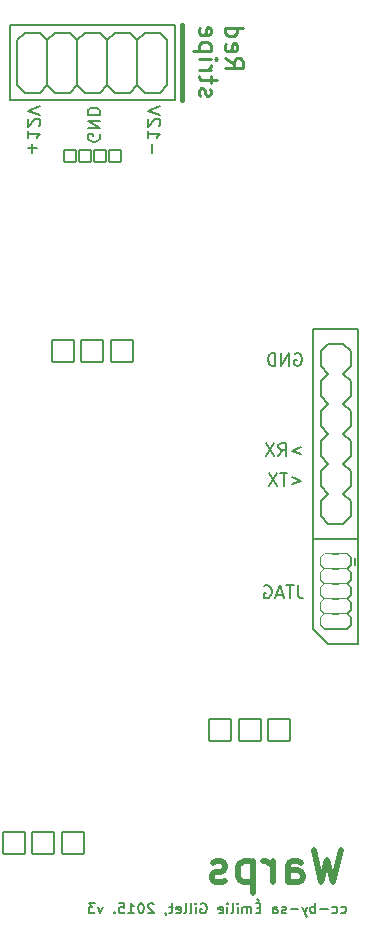
<source format=gbr>
%TF.GenerationSoftware,KiCad,Pcbnew,(6.0.11-0)*%
%TF.CreationDate,2023-05-29T14:14:04+02:00*%
%TF.ProjectId,warps,77617270-732e-46b6-9963-61645f706362,rev?*%
%TF.SameCoordinates,Original*%
%TF.FileFunction,Legend,Bot*%
%TF.FilePolarity,Positive*%
%FSLAX46Y46*%
G04 Gerber Fmt 4.6, Leading zero omitted, Abs format (unit mm)*
G04 Created by KiCad (PCBNEW (6.0.11-0)) date 2023-05-29 14:14:04*
%MOMM*%
%LPD*%
G01*
G04 APERTURE LIST*
G04 Aperture macros list*
%AMRoundRect*
0 Rectangle with rounded corners*
0 $1 Rounding radius*
0 $2 $3 $4 $5 $6 $7 $8 $9 X,Y pos of 4 corners*
0 Add a 4 corners polygon primitive as box body*
4,1,4,$2,$3,$4,$5,$6,$7,$8,$9,$2,$3,0*
0 Add four circle primitives for the rounded corners*
1,1,$1+$1,$2,$3*
1,1,$1+$1,$4,$5*
1,1,$1+$1,$6,$7*
1,1,$1+$1,$8,$9*
0 Add four rect primitives between the rounded corners*
20,1,$1+$1,$2,$3,$4,$5,0*
20,1,$1+$1,$4,$5,$6,$7,0*
20,1,$1+$1,$6,$7,$8,$9,0*
20,1,$1+$1,$8,$9,$2,$3,0*%
%AMFreePoly0*
4,1,25,0.417216,0.947373,0.422118,0.942882,0.942882,0.422118,0.964910,0.374877,0.965200,0.368236,0.965200,-0.368236,0.947373,-0.417216,0.942882,-0.422118,0.422118,-0.942882,0.374877,-0.964910,0.368236,-0.965200,-0.368236,-0.965200,-0.417216,-0.947373,-0.422118,-0.942882,-0.942882,-0.422118,-0.964910,-0.374877,-0.965200,-0.368236,-0.965200,0.368236,-0.947373,0.417216,-0.942882,0.422118,
-0.422118,0.942882,-0.374877,0.964910,-0.368236,0.965200,0.368236,0.965200,0.417216,0.947373,0.417216,0.947373,$1*%
%AMFreePoly1*
4,1,25,0.706544,1.645873,0.711446,1.641382,1.641382,0.711446,1.663410,0.664205,1.663700,0.657564,1.663700,-0.657564,1.645873,-0.706544,1.641382,-0.711446,0.711446,-1.641382,0.664205,-1.663410,0.657564,-1.663700,-0.657564,-1.663700,-0.706544,-1.645873,-0.711446,-1.641382,-1.641382,-0.711446,-1.663410,-0.664205,-1.663700,-0.657564,-1.663700,0.657564,-1.645873,0.706544,-1.641382,0.711446,
-0.711446,1.641382,-0.664205,1.663410,-0.657564,1.663700,0.657564,1.663700,0.706544,1.645873,0.706544,1.645873,$1*%
%AMFreePoly2*
4,1,25,0.575031,1.328373,0.579933,1.323882,1.323882,0.579933,1.345910,0.532692,1.346200,0.526051,1.346200,-0.526051,1.328373,-0.575031,1.323882,-0.579933,0.579933,-1.323882,0.532692,-1.345910,0.526051,-1.346200,-0.526051,-1.346200,-0.575031,-1.328373,-0.579933,-1.323882,-1.323882,-0.579933,-1.345910,-0.532692,-1.346200,-0.526051,-1.346200,0.526051,-1.328373,0.575031,-1.323882,0.579933,
-0.579933,1.323882,-0.532692,1.345910,-0.526051,1.346200,0.526051,1.346200,0.575031,1.328373,0.575031,1.328373,$1*%
%AMFreePoly3*
4,1,25,0.269922,0.591773,0.274824,0.587282,0.587282,0.274824,0.609310,0.227583,0.609600,0.220942,0.609600,-0.220942,0.591773,-0.269922,0.587282,-0.274824,0.274824,-0.587282,0.227583,-0.609310,0.220942,-0.609600,-0.220942,-0.609600,-0.269922,-0.591773,-0.274824,-0.587282,-0.587282,-0.274824,-0.609310,-0.227583,-0.609600,-0.220942,-0.609600,0.220942,-0.591773,0.269922,-0.587282,0.274824,
-0.274824,0.587282,-0.227583,0.609310,-0.220942,0.609600,0.220942,0.609600,0.269922,0.591773,0.269922,0.591773,$1*%
%AMFreePoly4*
4,1,25,0.438258,0.998173,0.443160,0.993682,0.993682,0.443160,1.015710,0.395919,1.016000,0.389278,1.016000,-0.389278,0.998173,-0.438258,0.993682,-0.443160,0.443160,-0.993682,0.395919,-1.015710,0.389278,-1.016000,-0.389278,-1.016000,-0.438258,-0.998173,-0.443160,-0.993682,-0.993682,-0.443160,-1.015710,-0.395919,-1.016000,-0.389278,-1.016000,0.389278,-0.998173,0.438258,-0.993682,0.443160,
-0.443160,0.993682,-0.395919,1.015710,-0.389278,1.016000,0.389278,1.016000,0.438258,0.998173,0.438258,0.998173,$1*%
G04 Aperture macros list end*
%ADD10C,0.406400*%
%ADD11C,0.152400*%
%ADD12C,0.476250*%
%ADD13C,0.190500*%
%ADD14C,0.266700*%
%ADD15C,0.203200*%
%ADD16C,1.752400*%
%ADD17C,2.200000*%
%ADD18FreePoly0,180.000000*%
%ADD19RoundRect,0.076200X0.939800X-0.939800X0.939800X0.939800X-0.939800X0.939800X-0.939800X-0.939800X0*%
%ADD20FreePoly1,90.000000*%
%ADD21FreePoly2,90.000000*%
%ADD22RoundRect,0.076200X-0.503200X0.503200X-0.503200X-0.503200X0.503200X-0.503200X0.503200X0.503200X0*%
%ADD23C,2.032000*%
%ADD24FreePoly3,270.000000*%
%ADD25FreePoly4,0.000000*%
G04 APERTURE END LIST*
D10*
X156121100Y-53568600D02*
X156121100Y-59918600D01*
D11*
X171043600Y-97066100D02*
X171043600Y-105956100D01*
X167233600Y-97066100D02*
X167233600Y-79286100D01*
X171043600Y-79286100D02*
X171043600Y-97066100D01*
X155486100Y-59918600D02*
X155486100Y-53568600D01*
X141516100Y-53568600D02*
X141516100Y-59918600D01*
X167233600Y-97066100D02*
X171043600Y-97066100D01*
X141516100Y-59918600D02*
X155486100Y-59918600D01*
X168503600Y-105956100D02*
X167233600Y-104686100D01*
X171043600Y-105956100D02*
X168503600Y-105956100D01*
X167233600Y-79286100D02*
X171043600Y-79286100D01*
X167233600Y-104686100D02*
X167233600Y-97066100D01*
X155486100Y-53568600D02*
X141516100Y-53568600D01*
D12*
X169554801Y-123448838D02*
X168912242Y-126147588D01*
X168398194Y-124219909D01*
X167884147Y-126147588D01*
X167241587Y-123448838D01*
X165056885Y-126147588D02*
X165056885Y-124733957D01*
X165185397Y-124476933D01*
X165442420Y-124348421D01*
X165956468Y-124348421D01*
X166213492Y-124476933D01*
X165056885Y-126019076D02*
X165313908Y-126147588D01*
X165956468Y-126147588D01*
X166213492Y-126019076D01*
X166342004Y-125762052D01*
X166342004Y-125505028D01*
X166213492Y-125248004D01*
X165956468Y-125119492D01*
X165313908Y-125119492D01*
X165056885Y-124990980D01*
X163771766Y-126147588D02*
X163771766Y-124348421D01*
X163771766Y-124862469D02*
X163643254Y-124605445D01*
X163514742Y-124476933D01*
X163257718Y-124348421D01*
X163000694Y-124348421D01*
X162101111Y-124348421D02*
X162101111Y-127047171D01*
X162101111Y-124476933D02*
X161844087Y-124348421D01*
X161330039Y-124348421D01*
X161073016Y-124476933D01*
X160944504Y-124605445D01*
X160815992Y-124862469D01*
X160815992Y-125633540D01*
X160944504Y-125890564D01*
X161073016Y-126019076D01*
X161330039Y-126147588D01*
X161844087Y-126147588D01*
X162101111Y-126019076D01*
X159787897Y-126019076D02*
X159530873Y-126147588D01*
X159016825Y-126147588D01*
X158759801Y-126019076D01*
X158631289Y-125762052D01*
X158631289Y-125633540D01*
X158759801Y-125376516D01*
X159016825Y-125248004D01*
X159402361Y-125248004D01*
X159659385Y-125119492D01*
X159787897Y-124862469D01*
X159787897Y-124733957D01*
X159659385Y-124476933D01*
X159402361Y-124348421D01*
X159016825Y-124348421D01*
X158759801Y-124476933D01*
D13*
X166217751Y-89310028D02*
X165395275Y-89618457D01*
X166217751Y-89926885D01*
X164264370Y-90029695D02*
X164624203Y-89515647D01*
X164881227Y-90029695D02*
X164881227Y-88950195D01*
X164469989Y-88950195D01*
X164367179Y-89001600D01*
X164315775Y-89053004D01*
X164264370Y-89155814D01*
X164264370Y-89310028D01*
X164315775Y-89412838D01*
X164367179Y-89464242D01*
X164469989Y-89515647D01*
X164881227Y-89515647D01*
X163904536Y-88950195D02*
X163184870Y-90029695D01*
X163184870Y-88950195D02*
X163904536Y-90029695D01*
X165395275Y-91850028D02*
X166217751Y-92158457D01*
X165395275Y-92466885D01*
X165035441Y-91490195D02*
X164418584Y-91490195D01*
X164727013Y-92569695D02*
X164727013Y-91490195D01*
X164161560Y-91490195D02*
X163441894Y-92569695D01*
X163441894Y-91490195D02*
X164161560Y-92569695D01*
X165909322Y-101015195D02*
X165909322Y-101786266D01*
X165960727Y-101940480D01*
X166063536Y-102043290D01*
X166217751Y-102094695D01*
X166320560Y-102094695D01*
X165549489Y-101015195D02*
X164932632Y-101015195D01*
X165241060Y-102094695D02*
X165241060Y-101015195D01*
X164624203Y-101786266D02*
X164110155Y-101786266D01*
X164727013Y-102094695D02*
X164367179Y-101015195D01*
X164007346Y-102094695D01*
X163082060Y-101066600D02*
X163184870Y-101015195D01*
X163339084Y-101015195D01*
X163493298Y-101066600D01*
X163596108Y-101169409D01*
X163647513Y-101272219D01*
X163698917Y-101477838D01*
X163698917Y-101632052D01*
X163647513Y-101837671D01*
X163596108Y-101940480D01*
X163493298Y-102043290D01*
X163339084Y-102094695D01*
X163236275Y-102094695D01*
X163082060Y-102043290D01*
X163030655Y-101991885D01*
X163030655Y-101632052D01*
X163236275Y-101632052D01*
D14*
X159761766Y-56375088D02*
X160481433Y-56878855D01*
X159761766Y-57238688D02*
X161273066Y-57238688D01*
X161273066Y-56662955D01*
X161201100Y-56519021D01*
X161129133Y-56447055D01*
X160985200Y-56375088D01*
X160769300Y-56375088D01*
X160625366Y-56447055D01*
X160553400Y-56519021D01*
X160481433Y-56662955D01*
X160481433Y-57238688D01*
X159833733Y-55151655D02*
X159761766Y-55295588D01*
X159761766Y-55583455D01*
X159833733Y-55727388D01*
X159977666Y-55799355D01*
X160553400Y-55799355D01*
X160697333Y-55727388D01*
X160769300Y-55583455D01*
X160769300Y-55295588D01*
X160697333Y-55151655D01*
X160553400Y-55079688D01*
X160409466Y-55079688D01*
X160265533Y-55799355D01*
X159761766Y-53784288D02*
X161273066Y-53784288D01*
X159833733Y-53784288D02*
X159761766Y-53928221D01*
X159761766Y-54216088D01*
X159833733Y-54360021D01*
X159905700Y-54431988D01*
X160049633Y-54503955D01*
X160481433Y-54503955D01*
X160625366Y-54431988D01*
X160697333Y-54360021D01*
X160769300Y-54216088D01*
X160769300Y-53928221D01*
X160697333Y-53784288D01*
X157611233Y-59541621D02*
X157539266Y-59397688D01*
X157539266Y-59109821D01*
X157611233Y-58965888D01*
X157755166Y-58893921D01*
X157827133Y-58893921D01*
X157971066Y-58965888D01*
X158043033Y-59109821D01*
X158043033Y-59325721D01*
X158115000Y-59469655D01*
X158258933Y-59541621D01*
X158330900Y-59541621D01*
X158474833Y-59469655D01*
X158546800Y-59325721D01*
X158546800Y-59109821D01*
X158474833Y-58965888D01*
X158546800Y-58462121D02*
X158546800Y-57886388D01*
X159050566Y-58246221D02*
X157755166Y-58246221D01*
X157611233Y-58174255D01*
X157539266Y-58030321D01*
X157539266Y-57886388D01*
X157539266Y-57382621D02*
X158546800Y-57382621D01*
X158258933Y-57382621D02*
X158402866Y-57310655D01*
X158474833Y-57238688D01*
X158546800Y-57094755D01*
X158546800Y-56950821D01*
X157539266Y-56447055D02*
X158546800Y-56447055D01*
X159050566Y-56447055D02*
X158978600Y-56519021D01*
X158906633Y-56447055D01*
X158978600Y-56375088D01*
X159050566Y-56447055D01*
X158906633Y-56447055D01*
X158546800Y-55727388D02*
X157035500Y-55727388D01*
X158474833Y-55727388D02*
X158546800Y-55583455D01*
X158546800Y-55295588D01*
X158474833Y-55151655D01*
X158402866Y-55079688D01*
X158258933Y-55007721D01*
X157827133Y-55007721D01*
X157683200Y-55079688D01*
X157611233Y-55151655D01*
X157539266Y-55295588D01*
X157539266Y-55583455D01*
X157611233Y-55727388D01*
X157611233Y-53784288D02*
X157539266Y-53928221D01*
X157539266Y-54216088D01*
X157611233Y-54360021D01*
X157755166Y-54431988D01*
X158330900Y-54431988D01*
X158474833Y-54360021D01*
X158546800Y-54216088D01*
X158546800Y-53928221D01*
X158474833Y-53784288D01*
X158330900Y-53712321D01*
X158186966Y-53712321D01*
X158043033Y-54431988D01*
D11*
X169575106Y-128733852D02*
X169657354Y-128774976D01*
X169821849Y-128774976D01*
X169904097Y-128733852D01*
X169945220Y-128692728D01*
X169986344Y-128610480D01*
X169986344Y-128363738D01*
X169945220Y-128281490D01*
X169904097Y-128240366D01*
X169821849Y-128199242D01*
X169657354Y-128199242D01*
X169575106Y-128240366D01*
X168834878Y-128733852D02*
X168917125Y-128774976D01*
X169081620Y-128774976D01*
X169163868Y-128733852D01*
X169204992Y-128692728D01*
X169246116Y-128610480D01*
X169246116Y-128363738D01*
X169204992Y-128281490D01*
X169163868Y-128240366D01*
X169081620Y-128199242D01*
X168917125Y-128199242D01*
X168834878Y-128240366D01*
X168464763Y-128445985D02*
X167806782Y-128445985D01*
X167395544Y-128774976D02*
X167395544Y-127911376D01*
X167395544Y-128240366D02*
X167313297Y-128199242D01*
X167148801Y-128199242D01*
X167066554Y-128240366D01*
X167025430Y-128281490D01*
X166984306Y-128363738D01*
X166984306Y-128610480D01*
X167025430Y-128692728D01*
X167066554Y-128733852D01*
X167148801Y-128774976D01*
X167313297Y-128774976D01*
X167395544Y-128733852D01*
X166696440Y-128199242D02*
X166490820Y-128774976D01*
X166285201Y-128199242D02*
X166490820Y-128774976D01*
X166573068Y-128980595D01*
X166614192Y-129021719D01*
X166696440Y-129062842D01*
X165956211Y-128445985D02*
X165298230Y-128445985D01*
X164928116Y-128733852D02*
X164845868Y-128774976D01*
X164681373Y-128774976D01*
X164599125Y-128733852D01*
X164558001Y-128651604D01*
X164558001Y-128610480D01*
X164599125Y-128528233D01*
X164681373Y-128487109D01*
X164804744Y-128487109D01*
X164886992Y-128445985D01*
X164928116Y-128363738D01*
X164928116Y-128322614D01*
X164886992Y-128240366D01*
X164804744Y-128199242D01*
X164681373Y-128199242D01*
X164599125Y-128240366D01*
X163817773Y-128774976D02*
X163817773Y-128322614D01*
X163858897Y-128240366D01*
X163941144Y-128199242D01*
X164105640Y-128199242D01*
X164187887Y-128240366D01*
X163817773Y-128733852D02*
X163900020Y-128774976D01*
X164105640Y-128774976D01*
X164187887Y-128733852D01*
X164229011Y-128651604D01*
X164229011Y-128569357D01*
X164187887Y-128487109D01*
X164105640Y-128445985D01*
X163900020Y-128445985D01*
X163817773Y-128404861D01*
X162748554Y-128322614D02*
X162460687Y-128322614D01*
X162337316Y-128774976D02*
X162748554Y-128774976D01*
X162748554Y-127911376D01*
X162337316Y-127911376D01*
X162460687Y-127582385D02*
X162584059Y-127705757D01*
X161967201Y-128774976D02*
X161967201Y-128199242D01*
X161967201Y-128281490D02*
X161926078Y-128240366D01*
X161843830Y-128199242D01*
X161720459Y-128199242D01*
X161638211Y-128240366D01*
X161597087Y-128322614D01*
X161597087Y-128774976D01*
X161597087Y-128322614D02*
X161555963Y-128240366D01*
X161473716Y-128199242D01*
X161350344Y-128199242D01*
X161268097Y-128240366D01*
X161226973Y-128322614D01*
X161226973Y-128774976D01*
X160815735Y-128774976D02*
X160815735Y-128199242D01*
X160815735Y-127911376D02*
X160856859Y-127952500D01*
X160815735Y-127993623D01*
X160774611Y-127952500D01*
X160815735Y-127911376D01*
X160815735Y-127993623D01*
X160281125Y-128774976D02*
X160363373Y-128733852D01*
X160404497Y-128651604D01*
X160404497Y-127911376D01*
X159952135Y-128774976D02*
X159952135Y-128199242D01*
X159952135Y-127911376D02*
X159993259Y-127952500D01*
X159952135Y-127993623D01*
X159911011Y-127952500D01*
X159952135Y-127911376D01*
X159952135Y-127993623D01*
X159211906Y-128733852D02*
X159294154Y-128774976D01*
X159458649Y-128774976D01*
X159540897Y-128733852D01*
X159582020Y-128651604D01*
X159582020Y-128322614D01*
X159540897Y-128240366D01*
X159458649Y-128199242D01*
X159294154Y-128199242D01*
X159211906Y-128240366D01*
X159170782Y-128322614D01*
X159170782Y-128404861D01*
X159582020Y-128487109D01*
X157690325Y-127952500D02*
X157772573Y-127911376D01*
X157895944Y-127911376D01*
X158019316Y-127952500D01*
X158101563Y-128034747D01*
X158142687Y-128116995D01*
X158183811Y-128281490D01*
X158183811Y-128404861D01*
X158142687Y-128569357D01*
X158101563Y-128651604D01*
X158019316Y-128733852D01*
X157895944Y-128774976D01*
X157813697Y-128774976D01*
X157690325Y-128733852D01*
X157649201Y-128692728D01*
X157649201Y-128404861D01*
X157813697Y-128404861D01*
X157279087Y-128774976D02*
X157279087Y-128199242D01*
X157279087Y-127911376D02*
X157320211Y-127952500D01*
X157279087Y-127993623D01*
X157237963Y-127952500D01*
X157279087Y-127911376D01*
X157279087Y-127993623D01*
X156744478Y-128774976D02*
X156826725Y-128733852D01*
X156867849Y-128651604D01*
X156867849Y-127911376D01*
X156292116Y-128774976D02*
X156374363Y-128733852D01*
X156415487Y-128651604D01*
X156415487Y-127911376D01*
X155634135Y-128733852D02*
X155716382Y-128774976D01*
X155880878Y-128774976D01*
X155963125Y-128733852D01*
X156004249Y-128651604D01*
X156004249Y-128322614D01*
X155963125Y-128240366D01*
X155880878Y-128199242D01*
X155716382Y-128199242D01*
X155634135Y-128240366D01*
X155593011Y-128322614D01*
X155593011Y-128404861D01*
X156004249Y-128487109D01*
X155346268Y-128199242D02*
X155017278Y-128199242D01*
X155222897Y-127911376D02*
X155222897Y-128651604D01*
X155181773Y-128733852D01*
X155099525Y-128774976D01*
X155017278Y-128774976D01*
X154688287Y-128733852D02*
X154688287Y-128774976D01*
X154729411Y-128857223D01*
X154770535Y-128898347D01*
X153701316Y-127993623D02*
X153660192Y-127952500D01*
X153577944Y-127911376D01*
X153372325Y-127911376D01*
X153290078Y-127952500D01*
X153248954Y-127993623D01*
X153207830Y-128075871D01*
X153207830Y-128158119D01*
X153248954Y-128281490D01*
X153742440Y-128774976D01*
X153207830Y-128774976D01*
X152673220Y-127911376D02*
X152590973Y-127911376D01*
X152508725Y-127952500D01*
X152467601Y-127993623D01*
X152426478Y-128075871D01*
X152385354Y-128240366D01*
X152385354Y-128445985D01*
X152426478Y-128610480D01*
X152467601Y-128692728D01*
X152508725Y-128733852D01*
X152590973Y-128774976D01*
X152673220Y-128774976D01*
X152755468Y-128733852D01*
X152796592Y-128692728D01*
X152837716Y-128610480D01*
X152878840Y-128445985D01*
X152878840Y-128240366D01*
X152837716Y-128075871D01*
X152796592Y-127993623D01*
X152755468Y-127952500D01*
X152673220Y-127911376D01*
X151562878Y-128774976D02*
X152056363Y-128774976D01*
X151809620Y-128774976D02*
X151809620Y-127911376D01*
X151891868Y-128034747D01*
X151974116Y-128116995D01*
X152056363Y-128158119D01*
X150781525Y-127911376D02*
X151192763Y-127911376D01*
X151233887Y-128322614D01*
X151192763Y-128281490D01*
X151110516Y-128240366D01*
X150904897Y-128240366D01*
X150822649Y-128281490D01*
X150781525Y-128322614D01*
X150740401Y-128404861D01*
X150740401Y-128610480D01*
X150781525Y-128692728D01*
X150822649Y-128733852D01*
X150904897Y-128774976D01*
X151110516Y-128774976D01*
X151192763Y-128733852D01*
X151233887Y-128692728D01*
X150370287Y-128692728D02*
X150329163Y-128733852D01*
X150370287Y-128774976D01*
X150411411Y-128733852D01*
X150370287Y-128692728D01*
X150370287Y-128774976D01*
X149383316Y-128199242D02*
X149177697Y-128774976D01*
X148972078Y-128199242D01*
X148725335Y-127911376D02*
X148190725Y-127911376D01*
X148478592Y-128240366D01*
X148355220Y-128240366D01*
X148272973Y-128281490D01*
X148231849Y-128322614D01*
X148190725Y-128404861D01*
X148190725Y-128610480D01*
X148231849Y-128692728D01*
X148272973Y-128733852D01*
X148355220Y-128774976D01*
X148601963Y-128774976D01*
X148684211Y-128733852D01*
X148725335Y-128692728D01*
D13*
X153599242Y-64420901D02*
X153599242Y-63598425D01*
X153188004Y-62518925D02*
X153188004Y-63135782D01*
X153188004Y-62827353D02*
X154267504Y-62827353D01*
X154113290Y-62930163D01*
X154010480Y-63032972D01*
X153959076Y-63135782D01*
X154164695Y-62107686D02*
X154216100Y-62056282D01*
X154267504Y-61953472D01*
X154267504Y-61696448D01*
X154216100Y-61593639D01*
X154164695Y-61542234D01*
X154061885Y-61490829D01*
X153959076Y-61490829D01*
X153804861Y-61542234D01*
X153188004Y-62159091D01*
X153188004Y-61490829D01*
X154267504Y-61182401D02*
X153188004Y-60822567D01*
X154267504Y-60462734D01*
X143439242Y-64420901D02*
X143439242Y-63598425D01*
X143028004Y-64009663D02*
X143850480Y-64009663D01*
X143028004Y-62518925D02*
X143028004Y-63135782D01*
X143028004Y-62827353D02*
X144107504Y-62827353D01*
X143953290Y-62930163D01*
X143850480Y-63032972D01*
X143799076Y-63135782D01*
X144004695Y-62107686D02*
X144056100Y-62056282D01*
X144107504Y-61953472D01*
X144107504Y-61696448D01*
X144056100Y-61593639D01*
X144004695Y-61542234D01*
X143901885Y-61490829D01*
X143799076Y-61490829D01*
X143644861Y-61542234D01*
X143028004Y-62159091D01*
X143028004Y-61490829D01*
X144107504Y-61182401D02*
X143028004Y-60822567D01*
X144107504Y-60462734D01*
X149136100Y-62827353D02*
X149187504Y-62930163D01*
X149187504Y-63084377D01*
X149136100Y-63238591D01*
X149033290Y-63341401D01*
X148930480Y-63392805D01*
X148724861Y-63444210D01*
X148570647Y-63444210D01*
X148365028Y-63392805D01*
X148262219Y-63341401D01*
X148159409Y-63238591D01*
X148108004Y-63084377D01*
X148108004Y-62981567D01*
X148159409Y-62827353D01*
X148210814Y-62775948D01*
X148570647Y-62775948D01*
X148570647Y-62981567D01*
X148108004Y-62313305D02*
X149187504Y-62313305D01*
X148108004Y-61696448D01*
X149187504Y-61696448D01*
X148108004Y-61182401D02*
X149187504Y-61182401D01*
X149187504Y-60925377D01*
X149136100Y-60771163D01*
X149033290Y-60668353D01*
X148930480Y-60616948D01*
X148724861Y-60565544D01*
X148570647Y-60565544D01*
X148365028Y-60616948D01*
X148262219Y-60668353D01*
X148159409Y-60771163D01*
X148108004Y-60925377D01*
X148108004Y-61182401D01*
X165652298Y-81381600D02*
X165755108Y-81330195D01*
X165909322Y-81330195D01*
X166063536Y-81381600D01*
X166166346Y-81484409D01*
X166217751Y-81587219D01*
X166269155Y-81792838D01*
X166269155Y-81947052D01*
X166217751Y-82152671D01*
X166166346Y-82255480D01*
X166063536Y-82358290D01*
X165909322Y-82409695D01*
X165806513Y-82409695D01*
X165652298Y-82358290D01*
X165600894Y-82306885D01*
X165600894Y-81947052D01*
X165806513Y-81947052D01*
X165138251Y-82409695D02*
X165138251Y-81330195D01*
X164521394Y-82409695D01*
X164521394Y-81330195D01*
X164007346Y-82409695D02*
X164007346Y-81330195D01*
X163750322Y-81330195D01*
X163596108Y-81381600D01*
X163493298Y-81484409D01*
X163441894Y-81587219D01*
X163390489Y-81792838D01*
X163390489Y-81947052D01*
X163441894Y-82152671D01*
X163493298Y-82255480D01*
X163596108Y-82358290D01*
X163750322Y-82409695D01*
X164007346Y-82409695D01*
D11*
%TO.C,JP1*%
X170408600Y-103733600D02*
X170408600Y-104368600D01*
X170091100Y-99606100D02*
X170408600Y-99923600D01*
X168186100Y-104686100D02*
X170091100Y-104686100D01*
X168186100Y-98336100D02*
X167868600Y-98653600D01*
X167868600Y-102463600D02*
X167868600Y-103098600D01*
X167868600Y-99923600D02*
X167868600Y-100558600D01*
X167868600Y-101828600D02*
X168186100Y-102146100D01*
X170091100Y-102146100D02*
X170408600Y-102463600D01*
X168186100Y-100876100D02*
X167868600Y-101193600D01*
X168186100Y-99606100D02*
X170091100Y-99606100D01*
X168186100Y-103416100D02*
X170091100Y-103416100D01*
X168186100Y-100876100D02*
X170091100Y-100876100D01*
X170408600Y-102463600D02*
X170408600Y-103098600D01*
X167868600Y-103733600D02*
X167868600Y-104368600D01*
X167868600Y-101193600D02*
X167868600Y-101828600D01*
X170408600Y-103098600D02*
X170091100Y-103416100D01*
X168186100Y-102146100D02*
X170091100Y-102146100D01*
D15*
X170726100Y-98653600D02*
X170726100Y-99288600D01*
D11*
X167868600Y-100558600D02*
X168186100Y-100876100D01*
X170408600Y-98653600D02*
X170408600Y-99288600D01*
X170408600Y-101193600D02*
X170408600Y-101828600D01*
X170091100Y-98336100D02*
X168186100Y-98336100D01*
X170408600Y-99288600D02*
X170091100Y-99606100D01*
X170091100Y-103416100D02*
X170408600Y-103733600D01*
X167868600Y-103098600D02*
X168186100Y-103416100D01*
X167868600Y-98653600D02*
X167868600Y-99288600D01*
X170091100Y-98336100D02*
X170408600Y-98653600D01*
X170091100Y-100876100D02*
X170408600Y-101193600D01*
X170408600Y-100558600D02*
X170091100Y-100876100D01*
X170408600Y-101828600D02*
X170091100Y-102146100D01*
X170408600Y-99923600D02*
X170408600Y-100558600D01*
X170408600Y-104368600D02*
X170091100Y-104686100D01*
X168186100Y-99606100D02*
X167868600Y-99923600D01*
X167868600Y-104368600D02*
X168186100Y-104686100D01*
X168186100Y-103416100D02*
X167868600Y-103733600D01*
X167868600Y-99288600D02*
X168186100Y-99606100D01*
X168186100Y-102146100D02*
X167868600Y-102463600D01*
%TO.C,JP3*%
X144056100Y-54203600D02*
X144691100Y-54838600D01*
X144691100Y-58648600D02*
X145326100Y-59283600D01*
X154851100Y-58648600D02*
X154851100Y-54838600D01*
X152311100Y-58648600D02*
X152311100Y-54838600D01*
X154216100Y-59283600D02*
X154851100Y-58648600D01*
X147866100Y-59283600D02*
X149136100Y-59283600D01*
X147231100Y-54838600D02*
X147866100Y-54203600D01*
X150406100Y-54203600D02*
X151676100Y-54203600D01*
X151676100Y-59283600D02*
X152311100Y-58648600D01*
D15*
X142786100Y-53568600D02*
X144056100Y-53568600D01*
D11*
X144691100Y-58648600D02*
X144691100Y-54838600D01*
X144691100Y-54838600D02*
X145326100Y-54203600D01*
X142151100Y-58648600D02*
X142786100Y-59283600D01*
X152311100Y-58648600D02*
X152946100Y-59283600D01*
X142786100Y-59283600D02*
X144056100Y-59283600D01*
X146596100Y-54203600D02*
X147231100Y-54838600D01*
X147231100Y-58648600D02*
X147231100Y-54838600D01*
X144056100Y-59283600D02*
X144691100Y-58648600D01*
X151676100Y-54203600D02*
X152311100Y-54838600D01*
X152946100Y-54203600D02*
X154216100Y-54203600D01*
X142151100Y-54838600D02*
X142786100Y-54203600D01*
X145326100Y-54203600D02*
X146596100Y-54203600D01*
X142151100Y-54838600D02*
X142151100Y-58648600D01*
X150406100Y-59283600D02*
X151676100Y-59283600D01*
X142786100Y-54203600D02*
X144056100Y-54203600D01*
X154216100Y-54203600D02*
X154851100Y-54838600D01*
X149771100Y-58648600D02*
X149771100Y-54838600D01*
X152946100Y-59283600D02*
X154216100Y-59283600D01*
X149136100Y-59283600D02*
X149771100Y-58648600D01*
X149771100Y-58648600D02*
X150406100Y-59283600D01*
X146596100Y-59283600D02*
X147231100Y-58648600D01*
X147866100Y-54203600D02*
X149136100Y-54203600D01*
X149771100Y-54838600D02*
X150406100Y-54203600D01*
X149136100Y-54203600D02*
X149771100Y-54838600D01*
X147231100Y-58648600D02*
X147866100Y-59283600D01*
X152311100Y-54838600D02*
X152946100Y-54203600D01*
X145326100Y-59283600D02*
X146596100Y-59283600D01*
G36*
X148755100Y-55727600D02*
G01*
X148247100Y-55727600D01*
X148247100Y-55219600D01*
X148755100Y-55219600D01*
X148755100Y-55727600D01*
G37*
D15*
%TO.C,JP2*%
X169773600Y-90716100D02*
X170408600Y-90081100D01*
X167868600Y-85001100D02*
X168503600Y-85636100D01*
X169773600Y-85636100D02*
X170408600Y-85001100D01*
X169773600Y-95796100D02*
X170408600Y-95161100D01*
X167868600Y-92621100D02*
X168503600Y-93256100D01*
X168503600Y-80556100D02*
X169773600Y-80556100D01*
X169773600Y-93256100D02*
X170408600Y-92621100D01*
X167868600Y-88811100D02*
X167868600Y-90081100D01*
X170408600Y-93891100D02*
X169773600Y-93256100D01*
X170408600Y-91351100D02*
X169773600Y-90716100D01*
X170408600Y-86271100D02*
X169773600Y-85636100D01*
X169773600Y-88176100D02*
X170408600Y-87541100D01*
X167868600Y-81191100D02*
X167868600Y-82461100D01*
X170408600Y-83731100D02*
X169773600Y-83096100D01*
X168503600Y-85636100D02*
X167868600Y-86271100D01*
X168503600Y-93256100D02*
X167868600Y-93891100D01*
X170408600Y-87541100D02*
X170408600Y-86271100D01*
X167868600Y-91351100D02*
X167868600Y-92621100D01*
X167868600Y-93891100D02*
X167868600Y-95161100D01*
X167868600Y-87541100D02*
X168503600Y-88176100D01*
X170408600Y-95161100D02*
X170408600Y-93891100D01*
X167868600Y-95161100D02*
X168503600Y-95796100D01*
X168503600Y-90716100D02*
X167868600Y-91351100D01*
X169773600Y-83096100D02*
X170408600Y-82461100D01*
X167868600Y-90081100D02*
X168503600Y-90716100D01*
X169773600Y-88176100D02*
X170408600Y-88811100D01*
X167868600Y-81191100D02*
X168503600Y-80556100D01*
X167868600Y-82461100D02*
X168503600Y-83096100D01*
X167868600Y-86271100D02*
X167868600Y-87541100D01*
X170408600Y-82461100D02*
X170408600Y-81191100D01*
X170408600Y-90081100D02*
X170408600Y-88811100D01*
X170408600Y-85001100D02*
X170408600Y-83731100D01*
X167868600Y-83731100D02*
X167868600Y-85001100D01*
X169773600Y-80556100D02*
X170408600Y-81191100D01*
X168503600Y-83096100D02*
X167868600Y-83731100D01*
X168503600Y-95796100D02*
X169773600Y-95796100D01*
X170408600Y-92621100D02*
X170408600Y-91351100D01*
X167868600Y-88811100D02*
X168503600Y-88176100D01*
%TD*%
%LPC*%
D16*
%TO.C,LED2*%
X129356100Y-98653600D03*
X131356100Y-98653600D03*
X133356100Y-98653600D03*
%TD*%
D17*
%TO.C,J2*%
X142468600Y-137388600D03*
D18*
X142468600Y-131673600D03*
X142468600Y-134213600D03*
X142468600Y-141833600D03*
%TD*%
D17*
%TO.C,J3*%
X154533600Y-137388600D03*
D18*
X154533600Y-131673600D03*
X154533600Y-134213600D03*
X154533600Y-141833600D03*
%TD*%
D19*
%TO.C,R26*%
X133856100Y-122816100D03*
X131356100Y-122816100D03*
X128856100Y-122816100D03*
D20*
X135756100Y-116116100D03*
X126956100Y-116116100D03*
%TD*%
D17*
%TO.C,J6*%
X142468600Y-151993600D03*
D18*
X142468600Y-146278600D03*
X142468600Y-148818600D03*
X142468600Y-156438600D03*
%TD*%
D17*
%TO.C,J1*%
X130403600Y-137388600D03*
D18*
X130403600Y-131673600D03*
X130403600Y-134213600D03*
X130403600Y-141833600D03*
%TD*%
D19*
%TO.C,R23*%
X164336100Y-113273600D03*
X161836100Y-113273600D03*
X159336100Y-113273600D03*
D21*
X166536100Y-106273600D03*
X157136100Y-106273600D03*
%TD*%
D17*
%TO.C,J7*%
X154533600Y-151993600D03*
D18*
X154533600Y-146278600D03*
X154533600Y-148818600D03*
X154533600Y-156438600D03*
%TD*%
D17*
%TO.C,J4*%
X166598600Y-137388600D03*
D18*
X166598600Y-131673600D03*
X166598600Y-134213600D03*
X166598600Y-141833600D03*
%TD*%
D22*
%TO.C,LED1*%
X149136100Y-64681100D03*
X147866100Y-64681100D03*
X150406100Y-64681100D03*
X146596100Y-64681100D03*
%TD*%
D17*
%TO.C,J5*%
X130403600Y-151993600D03*
D18*
X130403600Y-146278600D03*
X130403600Y-148818600D03*
X130403600Y-156438600D03*
%TD*%
D23*
%TO.C,SW3*%
X129095500Y-108254800D03*
X129095500Y-101752400D03*
X133616700Y-108254800D03*
X133616700Y-101752400D03*
%TD*%
D17*
%TO.C,J8*%
X166598600Y-151993600D03*
D18*
X166598600Y-146278600D03*
X166598600Y-148818600D03*
X166598600Y-156438600D03*
%TD*%
D19*
%TO.C,R27*%
X146873600Y-122816100D03*
X144373600Y-122816100D03*
X141873600Y-122816100D03*
D20*
X148773600Y-116116100D03*
X139973600Y-116116100D03*
%TD*%
D19*
%TO.C,R7*%
X151001100Y-81206100D03*
X148501100Y-81206100D03*
X146001100Y-81206100D03*
D21*
X153201100Y-74206100D03*
X143801100Y-74206100D03*
%TD*%
D24*
%TO.C,JP1*%
X169773600Y-98971100D03*
X168503600Y-98971100D03*
X169773600Y-100241100D03*
X168503600Y-100241100D03*
X169773600Y-101511100D03*
X168503600Y-101511100D03*
X169773600Y-102781100D03*
X168503600Y-102781100D03*
X169773600Y-104051100D03*
X168503600Y-104051100D03*
%TD*%
D25*
%TO.C,JP3*%
X143421100Y-55473600D03*
X143421100Y-58013600D03*
X145961100Y-55473600D03*
X145961100Y-58013600D03*
X148501100Y-55473600D03*
X148501100Y-58013600D03*
X151041100Y-55473600D03*
X151041100Y-58013600D03*
X153581100Y-55473600D03*
X153581100Y-58013600D03*
%TD*%
D23*
%TO.C,JP2*%
X169138600Y-81826100D03*
X169138600Y-84366100D03*
X169138600Y-86906100D03*
X169138600Y-89446100D03*
X169138600Y-91986100D03*
X169138600Y-94526100D03*
%TD*%
M02*

</source>
